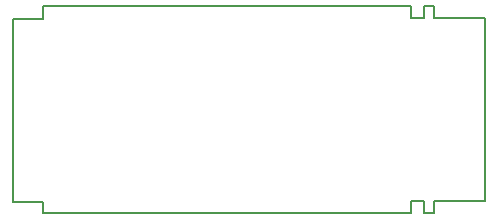
<source format=gbr>
%FSLAX25Y25*%
%MOIN*%
G04 EasyPC Gerber Version 18.0.8 Build 3632 *
%ADD10C,0.00500*%
X0Y0D02*
D02*
D10*
X167322Y14305D02*
X164173D01*
Y18259*
X159803*
Y14305*
X37126*
Y17866*
X27003*
Y79126*
X37047*
Y83399*
X159763*
Y79401*
X164094*
Y83399*
X167322*
Y79165*
X184423*
Y18417*
X167322*
Y14305*
X0Y0D02*
M02*

</source>
